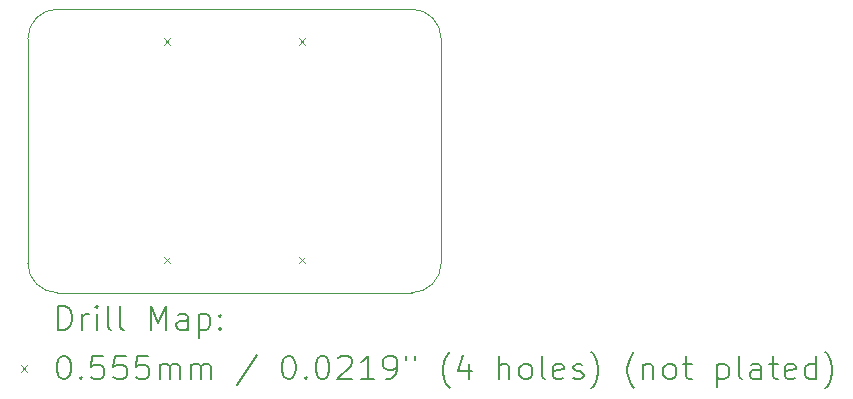
<source format=gbr>
%TF.GenerationSoftware,KiCad,Pcbnew,8.0.7*%
%TF.CreationDate,2025-08-30T11:06:20-07:00*%
%TF.ProjectId,Pivot_Core,5069766f-745f-4436-9f72-652e6b696361,rev?*%
%TF.SameCoordinates,Original*%
%TF.FileFunction,Drillmap*%
%TF.FilePolarity,Positive*%
%FSLAX45Y45*%
G04 Gerber Fmt 4.5, Leading zero omitted, Abs format (unit mm)*
G04 Created by KiCad (PCBNEW 8.0.7) date 2025-08-30 11:06:20*
%MOMM*%
%LPD*%
G01*
G04 APERTURE LIST*
%ADD10C,0.050000*%
%ADD11C,0.200000*%
%ADD12C,0.100000*%
G04 APERTURE END LIST*
D10*
X16250000Y-7800000D02*
G75*
G02*
X16500000Y-8050000I0J-250000D01*
G01*
X13250000Y-7800000D02*
X16250000Y-7800000D01*
X16250000Y-10200000D02*
X13250000Y-10200000D01*
X13000000Y-8050000D02*
G75*
G02*
X13250000Y-7800000I250000J0D01*
G01*
X16500000Y-9950000D02*
X16500000Y-8050000D01*
X16500000Y-9950000D02*
G75*
G02*
X16250000Y-10200000I-250000J0D01*
G01*
X13250000Y-10200000D02*
G75*
G02*
X13000000Y-9950000I0J250000D01*
G01*
X13000000Y-9950000D02*
X13000000Y-8050000D01*
D11*
D12*
X14152250Y-8047250D02*
X14207750Y-8102750D01*
X14207750Y-8047250D02*
X14152250Y-8102750D01*
X14152250Y-9897250D02*
X14207750Y-9952750D01*
X14207750Y-9897250D02*
X14152250Y-9952750D01*
X15292250Y-8047250D02*
X15347750Y-8102750D01*
X15347750Y-8047250D02*
X15292250Y-8102750D01*
X15292250Y-9897250D02*
X15347750Y-9952750D01*
X15347750Y-9897250D02*
X15292250Y-9952750D01*
D11*
X13258277Y-10513984D02*
X13258277Y-10313984D01*
X13258277Y-10313984D02*
X13305896Y-10313984D01*
X13305896Y-10313984D02*
X13334467Y-10323508D01*
X13334467Y-10323508D02*
X13353515Y-10342555D01*
X13353515Y-10342555D02*
X13363039Y-10361603D01*
X13363039Y-10361603D02*
X13372562Y-10399698D01*
X13372562Y-10399698D02*
X13372562Y-10428270D01*
X13372562Y-10428270D02*
X13363039Y-10466365D01*
X13363039Y-10466365D02*
X13353515Y-10485412D01*
X13353515Y-10485412D02*
X13334467Y-10504460D01*
X13334467Y-10504460D02*
X13305896Y-10513984D01*
X13305896Y-10513984D02*
X13258277Y-10513984D01*
X13458277Y-10513984D02*
X13458277Y-10380650D01*
X13458277Y-10418746D02*
X13467801Y-10399698D01*
X13467801Y-10399698D02*
X13477324Y-10390174D01*
X13477324Y-10390174D02*
X13496372Y-10380650D01*
X13496372Y-10380650D02*
X13515420Y-10380650D01*
X13582086Y-10513984D02*
X13582086Y-10380650D01*
X13582086Y-10313984D02*
X13572562Y-10323508D01*
X13572562Y-10323508D02*
X13582086Y-10333031D01*
X13582086Y-10333031D02*
X13591610Y-10323508D01*
X13591610Y-10323508D02*
X13582086Y-10313984D01*
X13582086Y-10313984D02*
X13582086Y-10333031D01*
X13705896Y-10513984D02*
X13686848Y-10504460D01*
X13686848Y-10504460D02*
X13677324Y-10485412D01*
X13677324Y-10485412D02*
X13677324Y-10313984D01*
X13810658Y-10513984D02*
X13791610Y-10504460D01*
X13791610Y-10504460D02*
X13782086Y-10485412D01*
X13782086Y-10485412D02*
X13782086Y-10313984D01*
X14039229Y-10513984D02*
X14039229Y-10313984D01*
X14039229Y-10313984D02*
X14105896Y-10456841D01*
X14105896Y-10456841D02*
X14172562Y-10313984D01*
X14172562Y-10313984D02*
X14172562Y-10513984D01*
X14353515Y-10513984D02*
X14353515Y-10409222D01*
X14353515Y-10409222D02*
X14343991Y-10390174D01*
X14343991Y-10390174D02*
X14324943Y-10380650D01*
X14324943Y-10380650D02*
X14286848Y-10380650D01*
X14286848Y-10380650D02*
X14267801Y-10390174D01*
X14353515Y-10504460D02*
X14334467Y-10513984D01*
X14334467Y-10513984D02*
X14286848Y-10513984D01*
X14286848Y-10513984D02*
X14267801Y-10504460D01*
X14267801Y-10504460D02*
X14258277Y-10485412D01*
X14258277Y-10485412D02*
X14258277Y-10466365D01*
X14258277Y-10466365D02*
X14267801Y-10447317D01*
X14267801Y-10447317D02*
X14286848Y-10437793D01*
X14286848Y-10437793D02*
X14334467Y-10437793D01*
X14334467Y-10437793D02*
X14353515Y-10428270D01*
X14448753Y-10380650D02*
X14448753Y-10580650D01*
X14448753Y-10390174D02*
X14467801Y-10380650D01*
X14467801Y-10380650D02*
X14505896Y-10380650D01*
X14505896Y-10380650D02*
X14524943Y-10390174D01*
X14524943Y-10390174D02*
X14534467Y-10399698D01*
X14534467Y-10399698D02*
X14543991Y-10418746D01*
X14543991Y-10418746D02*
X14543991Y-10475889D01*
X14543991Y-10475889D02*
X14534467Y-10494936D01*
X14534467Y-10494936D02*
X14524943Y-10504460D01*
X14524943Y-10504460D02*
X14505896Y-10513984D01*
X14505896Y-10513984D02*
X14467801Y-10513984D01*
X14467801Y-10513984D02*
X14448753Y-10504460D01*
X14629705Y-10494936D02*
X14639229Y-10504460D01*
X14639229Y-10504460D02*
X14629705Y-10513984D01*
X14629705Y-10513984D02*
X14620182Y-10504460D01*
X14620182Y-10504460D02*
X14629705Y-10494936D01*
X14629705Y-10494936D02*
X14629705Y-10513984D01*
X14629705Y-10390174D02*
X14639229Y-10399698D01*
X14639229Y-10399698D02*
X14629705Y-10409222D01*
X14629705Y-10409222D02*
X14620182Y-10399698D01*
X14620182Y-10399698D02*
X14629705Y-10390174D01*
X14629705Y-10390174D02*
X14629705Y-10409222D01*
D12*
X12942000Y-10814750D02*
X12997500Y-10870250D01*
X12997500Y-10814750D02*
X12942000Y-10870250D01*
D11*
X13296372Y-10733984D02*
X13315420Y-10733984D01*
X13315420Y-10733984D02*
X13334467Y-10743508D01*
X13334467Y-10743508D02*
X13343991Y-10753031D01*
X13343991Y-10753031D02*
X13353515Y-10772079D01*
X13353515Y-10772079D02*
X13363039Y-10810174D01*
X13363039Y-10810174D02*
X13363039Y-10857793D01*
X13363039Y-10857793D02*
X13353515Y-10895889D01*
X13353515Y-10895889D02*
X13343991Y-10914936D01*
X13343991Y-10914936D02*
X13334467Y-10924460D01*
X13334467Y-10924460D02*
X13315420Y-10933984D01*
X13315420Y-10933984D02*
X13296372Y-10933984D01*
X13296372Y-10933984D02*
X13277324Y-10924460D01*
X13277324Y-10924460D02*
X13267801Y-10914936D01*
X13267801Y-10914936D02*
X13258277Y-10895889D01*
X13258277Y-10895889D02*
X13248753Y-10857793D01*
X13248753Y-10857793D02*
X13248753Y-10810174D01*
X13248753Y-10810174D02*
X13258277Y-10772079D01*
X13258277Y-10772079D02*
X13267801Y-10753031D01*
X13267801Y-10753031D02*
X13277324Y-10743508D01*
X13277324Y-10743508D02*
X13296372Y-10733984D01*
X13448753Y-10914936D02*
X13458277Y-10924460D01*
X13458277Y-10924460D02*
X13448753Y-10933984D01*
X13448753Y-10933984D02*
X13439229Y-10924460D01*
X13439229Y-10924460D02*
X13448753Y-10914936D01*
X13448753Y-10914936D02*
X13448753Y-10933984D01*
X13639229Y-10733984D02*
X13543991Y-10733984D01*
X13543991Y-10733984D02*
X13534467Y-10829222D01*
X13534467Y-10829222D02*
X13543991Y-10819698D01*
X13543991Y-10819698D02*
X13563039Y-10810174D01*
X13563039Y-10810174D02*
X13610658Y-10810174D01*
X13610658Y-10810174D02*
X13629705Y-10819698D01*
X13629705Y-10819698D02*
X13639229Y-10829222D01*
X13639229Y-10829222D02*
X13648753Y-10848270D01*
X13648753Y-10848270D02*
X13648753Y-10895889D01*
X13648753Y-10895889D02*
X13639229Y-10914936D01*
X13639229Y-10914936D02*
X13629705Y-10924460D01*
X13629705Y-10924460D02*
X13610658Y-10933984D01*
X13610658Y-10933984D02*
X13563039Y-10933984D01*
X13563039Y-10933984D02*
X13543991Y-10924460D01*
X13543991Y-10924460D02*
X13534467Y-10914936D01*
X13829705Y-10733984D02*
X13734467Y-10733984D01*
X13734467Y-10733984D02*
X13724943Y-10829222D01*
X13724943Y-10829222D02*
X13734467Y-10819698D01*
X13734467Y-10819698D02*
X13753515Y-10810174D01*
X13753515Y-10810174D02*
X13801134Y-10810174D01*
X13801134Y-10810174D02*
X13820182Y-10819698D01*
X13820182Y-10819698D02*
X13829705Y-10829222D01*
X13829705Y-10829222D02*
X13839229Y-10848270D01*
X13839229Y-10848270D02*
X13839229Y-10895889D01*
X13839229Y-10895889D02*
X13829705Y-10914936D01*
X13829705Y-10914936D02*
X13820182Y-10924460D01*
X13820182Y-10924460D02*
X13801134Y-10933984D01*
X13801134Y-10933984D02*
X13753515Y-10933984D01*
X13753515Y-10933984D02*
X13734467Y-10924460D01*
X13734467Y-10924460D02*
X13724943Y-10914936D01*
X14020182Y-10733984D02*
X13924943Y-10733984D01*
X13924943Y-10733984D02*
X13915420Y-10829222D01*
X13915420Y-10829222D02*
X13924943Y-10819698D01*
X13924943Y-10819698D02*
X13943991Y-10810174D01*
X13943991Y-10810174D02*
X13991610Y-10810174D01*
X13991610Y-10810174D02*
X14010658Y-10819698D01*
X14010658Y-10819698D02*
X14020182Y-10829222D01*
X14020182Y-10829222D02*
X14029705Y-10848270D01*
X14029705Y-10848270D02*
X14029705Y-10895889D01*
X14029705Y-10895889D02*
X14020182Y-10914936D01*
X14020182Y-10914936D02*
X14010658Y-10924460D01*
X14010658Y-10924460D02*
X13991610Y-10933984D01*
X13991610Y-10933984D02*
X13943991Y-10933984D01*
X13943991Y-10933984D02*
X13924943Y-10924460D01*
X13924943Y-10924460D02*
X13915420Y-10914936D01*
X14115420Y-10933984D02*
X14115420Y-10800650D01*
X14115420Y-10819698D02*
X14124943Y-10810174D01*
X14124943Y-10810174D02*
X14143991Y-10800650D01*
X14143991Y-10800650D02*
X14172563Y-10800650D01*
X14172563Y-10800650D02*
X14191610Y-10810174D01*
X14191610Y-10810174D02*
X14201134Y-10829222D01*
X14201134Y-10829222D02*
X14201134Y-10933984D01*
X14201134Y-10829222D02*
X14210658Y-10810174D01*
X14210658Y-10810174D02*
X14229705Y-10800650D01*
X14229705Y-10800650D02*
X14258277Y-10800650D01*
X14258277Y-10800650D02*
X14277324Y-10810174D01*
X14277324Y-10810174D02*
X14286848Y-10829222D01*
X14286848Y-10829222D02*
X14286848Y-10933984D01*
X14382086Y-10933984D02*
X14382086Y-10800650D01*
X14382086Y-10819698D02*
X14391610Y-10810174D01*
X14391610Y-10810174D02*
X14410658Y-10800650D01*
X14410658Y-10800650D02*
X14439229Y-10800650D01*
X14439229Y-10800650D02*
X14458277Y-10810174D01*
X14458277Y-10810174D02*
X14467801Y-10829222D01*
X14467801Y-10829222D02*
X14467801Y-10933984D01*
X14467801Y-10829222D02*
X14477324Y-10810174D01*
X14477324Y-10810174D02*
X14496372Y-10800650D01*
X14496372Y-10800650D02*
X14524943Y-10800650D01*
X14524943Y-10800650D02*
X14543991Y-10810174D01*
X14543991Y-10810174D02*
X14553515Y-10829222D01*
X14553515Y-10829222D02*
X14553515Y-10933984D01*
X14943991Y-10724460D02*
X14772563Y-10981603D01*
X15201134Y-10733984D02*
X15220182Y-10733984D01*
X15220182Y-10733984D02*
X15239229Y-10743508D01*
X15239229Y-10743508D02*
X15248753Y-10753031D01*
X15248753Y-10753031D02*
X15258277Y-10772079D01*
X15258277Y-10772079D02*
X15267801Y-10810174D01*
X15267801Y-10810174D02*
X15267801Y-10857793D01*
X15267801Y-10857793D02*
X15258277Y-10895889D01*
X15258277Y-10895889D02*
X15248753Y-10914936D01*
X15248753Y-10914936D02*
X15239229Y-10924460D01*
X15239229Y-10924460D02*
X15220182Y-10933984D01*
X15220182Y-10933984D02*
X15201134Y-10933984D01*
X15201134Y-10933984D02*
X15182086Y-10924460D01*
X15182086Y-10924460D02*
X15172563Y-10914936D01*
X15172563Y-10914936D02*
X15163039Y-10895889D01*
X15163039Y-10895889D02*
X15153515Y-10857793D01*
X15153515Y-10857793D02*
X15153515Y-10810174D01*
X15153515Y-10810174D02*
X15163039Y-10772079D01*
X15163039Y-10772079D02*
X15172563Y-10753031D01*
X15172563Y-10753031D02*
X15182086Y-10743508D01*
X15182086Y-10743508D02*
X15201134Y-10733984D01*
X15353515Y-10914936D02*
X15363039Y-10924460D01*
X15363039Y-10924460D02*
X15353515Y-10933984D01*
X15353515Y-10933984D02*
X15343991Y-10924460D01*
X15343991Y-10924460D02*
X15353515Y-10914936D01*
X15353515Y-10914936D02*
X15353515Y-10933984D01*
X15486848Y-10733984D02*
X15505896Y-10733984D01*
X15505896Y-10733984D02*
X15524944Y-10743508D01*
X15524944Y-10743508D02*
X15534467Y-10753031D01*
X15534467Y-10753031D02*
X15543991Y-10772079D01*
X15543991Y-10772079D02*
X15553515Y-10810174D01*
X15553515Y-10810174D02*
X15553515Y-10857793D01*
X15553515Y-10857793D02*
X15543991Y-10895889D01*
X15543991Y-10895889D02*
X15534467Y-10914936D01*
X15534467Y-10914936D02*
X15524944Y-10924460D01*
X15524944Y-10924460D02*
X15505896Y-10933984D01*
X15505896Y-10933984D02*
X15486848Y-10933984D01*
X15486848Y-10933984D02*
X15467801Y-10924460D01*
X15467801Y-10924460D02*
X15458277Y-10914936D01*
X15458277Y-10914936D02*
X15448753Y-10895889D01*
X15448753Y-10895889D02*
X15439229Y-10857793D01*
X15439229Y-10857793D02*
X15439229Y-10810174D01*
X15439229Y-10810174D02*
X15448753Y-10772079D01*
X15448753Y-10772079D02*
X15458277Y-10753031D01*
X15458277Y-10753031D02*
X15467801Y-10743508D01*
X15467801Y-10743508D02*
X15486848Y-10733984D01*
X15629706Y-10753031D02*
X15639229Y-10743508D01*
X15639229Y-10743508D02*
X15658277Y-10733984D01*
X15658277Y-10733984D02*
X15705896Y-10733984D01*
X15705896Y-10733984D02*
X15724944Y-10743508D01*
X15724944Y-10743508D02*
X15734467Y-10753031D01*
X15734467Y-10753031D02*
X15743991Y-10772079D01*
X15743991Y-10772079D02*
X15743991Y-10791127D01*
X15743991Y-10791127D02*
X15734467Y-10819698D01*
X15734467Y-10819698D02*
X15620182Y-10933984D01*
X15620182Y-10933984D02*
X15743991Y-10933984D01*
X15934467Y-10933984D02*
X15820182Y-10933984D01*
X15877325Y-10933984D02*
X15877325Y-10733984D01*
X15877325Y-10733984D02*
X15858277Y-10762555D01*
X15858277Y-10762555D02*
X15839229Y-10781603D01*
X15839229Y-10781603D02*
X15820182Y-10791127D01*
X16029706Y-10933984D02*
X16067801Y-10933984D01*
X16067801Y-10933984D02*
X16086848Y-10924460D01*
X16086848Y-10924460D02*
X16096372Y-10914936D01*
X16096372Y-10914936D02*
X16115420Y-10886365D01*
X16115420Y-10886365D02*
X16124944Y-10848270D01*
X16124944Y-10848270D02*
X16124944Y-10772079D01*
X16124944Y-10772079D02*
X16115420Y-10753031D01*
X16115420Y-10753031D02*
X16105896Y-10743508D01*
X16105896Y-10743508D02*
X16086848Y-10733984D01*
X16086848Y-10733984D02*
X16048753Y-10733984D01*
X16048753Y-10733984D02*
X16029706Y-10743508D01*
X16029706Y-10743508D02*
X16020182Y-10753031D01*
X16020182Y-10753031D02*
X16010658Y-10772079D01*
X16010658Y-10772079D02*
X16010658Y-10819698D01*
X16010658Y-10819698D02*
X16020182Y-10838746D01*
X16020182Y-10838746D02*
X16029706Y-10848270D01*
X16029706Y-10848270D02*
X16048753Y-10857793D01*
X16048753Y-10857793D02*
X16086848Y-10857793D01*
X16086848Y-10857793D02*
X16105896Y-10848270D01*
X16105896Y-10848270D02*
X16115420Y-10838746D01*
X16115420Y-10838746D02*
X16124944Y-10819698D01*
X16201134Y-10733984D02*
X16201134Y-10772079D01*
X16277325Y-10733984D02*
X16277325Y-10772079D01*
X16572563Y-11010174D02*
X16563039Y-11000650D01*
X16563039Y-11000650D02*
X16543991Y-10972079D01*
X16543991Y-10972079D02*
X16534468Y-10953031D01*
X16534468Y-10953031D02*
X16524944Y-10924460D01*
X16524944Y-10924460D02*
X16515420Y-10876841D01*
X16515420Y-10876841D02*
X16515420Y-10838746D01*
X16515420Y-10838746D02*
X16524944Y-10791127D01*
X16524944Y-10791127D02*
X16534468Y-10762555D01*
X16534468Y-10762555D02*
X16543991Y-10743508D01*
X16543991Y-10743508D02*
X16563039Y-10714936D01*
X16563039Y-10714936D02*
X16572563Y-10705412D01*
X16734468Y-10800650D02*
X16734468Y-10933984D01*
X16686848Y-10724460D02*
X16639229Y-10867317D01*
X16639229Y-10867317D02*
X16763039Y-10867317D01*
X16991611Y-10933984D02*
X16991611Y-10733984D01*
X17077325Y-10933984D02*
X17077325Y-10829222D01*
X17077325Y-10829222D02*
X17067801Y-10810174D01*
X17067801Y-10810174D02*
X17048753Y-10800650D01*
X17048753Y-10800650D02*
X17020182Y-10800650D01*
X17020182Y-10800650D02*
X17001134Y-10810174D01*
X17001134Y-10810174D02*
X16991611Y-10819698D01*
X17201134Y-10933984D02*
X17182087Y-10924460D01*
X17182087Y-10924460D02*
X17172563Y-10914936D01*
X17172563Y-10914936D02*
X17163039Y-10895889D01*
X17163039Y-10895889D02*
X17163039Y-10838746D01*
X17163039Y-10838746D02*
X17172563Y-10819698D01*
X17172563Y-10819698D02*
X17182087Y-10810174D01*
X17182087Y-10810174D02*
X17201134Y-10800650D01*
X17201134Y-10800650D02*
X17229706Y-10800650D01*
X17229706Y-10800650D02*
X17248753Y-10810174D01*
X17248753Y-10810174D02*
X17258277Y-10819698D01*
X17258277Y-10819698D02*
X17267801Y-10838746D01*
X17267801Y-10838746D02*
X17267801Y-10895889D01*
X17267801Y-10895889D02*
X17258277Y-10914936D01*
X17258277Y-10914936D02*
X17248753Y-10924460D01*
X17248753Y-10924460D02*
X17229706Y-10933984D01*
X17229706Y-10933984D02*
X17201134Y-10933984D01*
X17382087Y-10933984D02*
X17363039Y-10924460D01*
X17363039Y-10924460D02*
X17353515Y-10905412D01*
X17353515Y-10905412D02*
X17353515Y-10733984D01*
X17534468Y-10924460D02*
X17515420Y-10933984D01*
X17515420Y-10933984D02*
X17477325Y-10933984D01*
X17477325Y-10933984D02*
X17458277Y-10924460D01*
X17458277Y-10924460D02*
X17448753Y-10905412D01*
X17448753Y-10905412D02*
X17448753Y-10829222D01*
X17448753Y-10829222D02*
X17458277Y-10810174D01*
X17458277Y-10810174D02*
X17477325Y-10800650D01*
X17477325Y-10800650D02*
X17515420Y-10800650D01*
X17515420Y-10800650D02*
X17534468Y-10810174D01*
X17534468Y-10810174D02*
X17543992Y-10829222D01*
X17543992Y-10829222D02*
X17543992Y-10848270D01*
X17543992Y-10848270D02*
X17448753Y-10867317D01*
X17620182Y-10924460D02*
X17639230Y-10933984D01*
X17639230Y-10933984D02*
X17677325Y-10933984D01*
X17677325Y-10933984D02*
X17696373Y-10924460D01*
X17696373Y-10924460D02*
X17705896Y-10905412D01*
X17705896Y-10905412D02*
X17705896Y-10895889D01*
X17705896Y-10895889D02*
X17696373Y-10876841D01*
X17696373Y-10876841D02*
X17677325Y-10867317D01*
X17677325Y-10867317D02*
X17648753Y-10867317D01*
X17648753Y-10867317D02*
X17629706Y-10857793D01*
X17629706Y-10857793D02*
X17620182Y-10838746D01*
X17620182Y-10838746D02*
X17620182Y-10829222D01*
X17620182Y-10829222D02*
X17629706Y-10810174D01*
X17629706Y-10810174D02*
X17648753Y-10800650D01*
X17648753Y-10800650D02*
X17677325Y-10800650D01*
X17677325Y-10800650D02*
X17696373Y-10810174D01*
X17772563Y-11010174D02*
X17782087Y-11000650D01*
X17782087Y-11000650D02*
X17801134Y-10972079D01*
X17801134Y-10972079D02*
X17810658Y-10953031D01*
X17810658Y-10953031D02*
X17820182Y-10924460D01*
X17820182Y-10924460D02*
X17829706Y-10876841D01*
X17829706Y-10876841D02*
X17829706Y-10838746D01*
X17829706Y-10838746D02*
X17820182Y-10791127D01*
X17820182Y-10791127D02*
X17810658Y-10762555D01*
X17810658Y-10762555D02*
X17801134Y-10743508D01*
X17801134Y-10743508D02*
X17782087Y-10714936D01*
X17782087Y-10714936D02*
X17772563Y-10705412D01*
X18134468Y-11010174D02*
X18124944Y-11000650D01*
X18124944Y-11000650D02*
X18105896Y-10972079D01*
X18105896Y-10972079D02*
X18096373Y-10953031D01*
X18096373Y-10953031D02*
X18086849Y-10924460D01*
X18086849Y-10924460D02*
X18077325Y-10876841D01*
X18077325Y-10876841D02*
X18077325Y-10838746D01*
X18077325Y-10838746D02*
X18086849Y-10791127D01*
X18086849Y-10791127D02*
X18096373Y-10762555D01*
X18096373Y-10762555D02*
X18105896Y-10743508D01*
X18105896Y-10743508D02*
X18124944Y-10714936D01*
X18124944Y-10714936D02*
X18134468Y-10705412D01*
X18210658Y-10800650D02*
X18210658Y-10933984D01*
X18210658Y-10819698D02*
X18220182Y-10810174D01*
X18220182Y-10810174D02*
X18239230Y-10800650D01*
X18239230Y-10800650D02*
X18267801Y-10800650D01*
X18267801Y-10800650D02*
X18286849Y-10810174D01*
X18286849Y-10810174D02*
X18296373Y-10829222D01*
X18296373Y-10829222D02*
X18296373Y-10933984D01*
X18420182Y-10933984D02*
X18401134Y-10924460D01*
X18401134Y-10924460D02*
X18391611Y-10914936D01*
X18391611Y-10914936D02*
X18382087Y-10895889D01*
X18382087Y-10895889D02*
X18382087Y-10838746D01*
X18382087Y-10838746D02*
X18391611Y-10819698D01*
X18391611Y-10819698D02*
X18401134Y-10810174D01*
X18401134Y-10810174D02*
X18420182Y-10800650D01*
X18420182Y-10800650D02*
X18448754Y-10800650D01*
X18448754Y-10800650D02*
X18467801Y-10810174D01*
X18467801Y-10810174D02*
X18477325Y-10819698D01*
X18477325Y-10819698D02*
X18486849Y-10838746D01*
X18486849Y-10838746D02*
X18486849Y-10895889D01*
X18486849Y-10895889D02*
X18477325Y-10914936D01*
X18477325Y-10914936D02*
X18467801Y-10924460D01*
X18467801Y-10924460D02*
X18448754Y-10933984D01*
X18448754Y-10933984D02*
X18420182Y-10933984D01*
X18543992Y-10800650D02*
X18620182Y-10800650D01*
X18572563Y-10733984D02*
X18572563Y-10905412D01*
X18572563Y-10905412D02*
X18582087Y-10924460D01*
X18582087Y-10924460D02*
X18601134Y-10933984D01*
X18601134Y-10933984D02*
X18620182Y-10933984D01*
X18839230Y-10800650D02*
X18839230Y-11000650D01*
X18839230Y-10810174D02*
X18858277Y-10800650D01*
X18858277Y-10800650D02*
X18896373Y-10800650D01*
X18896373Y-10800650D02*
X18915420Y-10810174D01*
X18915420Y-10810174D02*
X18924944Y-10819698D01*
X18924944Y-10819698D02*
X18934468Y-10838746D01*
X18934468Y-10838746D02*
X18934468Y-10895889D01*
X18934468Y-10895889D02*
X18924944Y-10914936D01*
X18924944Y-10914936D02*
X18915420Y-10924460D01*
X18915420Y-10924460D02*
X18896373Y-10933984D01*
X18896373Y-10933984D02*
X18858277Y-10933984D01*
X18858277Y-10933984D02*
X18839230Y-10924460D01*
X19048754Y-10933984D02*
X19029706Y-10924460D01*
X19029706Y-10924460D02*
X19020182Y-10905412D01*
X19020182Y-10905412D02*
X19020182Y-10733984D01*
X19210658Y-10933984D02*
X19210658Y-10829222D01*
X19210658Y-10829222D02*
X19201135Y-10810174D01*
X19201135Y-10810174D02*
X19182087Y-10800650D01*
X19182087Y-10800650D02*
X19143992Y-10800650D01*
X19143992Y-10800650D02*
X19124944Y-10810174D01*
X19210658Y-10924460D02*
X19191611Y-10933984D01*
X19191611Y-10933984D02*
X19143992Y-10933984D01*
X19143992Y-10933984D02*
X19124944Y-10924460D01*
X19124944Y-10924460D02*
X19115420Y-10905412D01*
X19115420Y-10905412D02*
X19115420Y-10886365D01*
X19115420Y-10886365D02*
X19124944Y-10867317D01*
X19124944Y-10867317D02*
X19143992Y-10857793D01*
X19143992Y-10857793D02*
X19191611Y-10857793D01*
X19191611Y-10857793D02*
X19210658Y-10848270D01*
X19277325Y-10800650D02*
X19353515Y-10800650D01*
X19305896Y-10733984D02*
X19305896Y-10905412D01*
X19305896Y-10905412D02*
X19315420Y-10924460D01*
X19315420Y-10924460D02*
X19334468Y-10933984D01*
X19334468Y-10933984D02*
X19353515Y-10933984D01*
X19496373Y-10924460D02*
X19477325Y-10933984D01*
X19477325Y-10933984D02*
X19439230Y-10933984D01*
X19439230Y-10933984D02*
X19420182Y-10924460D01*
X19420182Y-10924460D02*
X19410658Y-10905412D01*
X19410658Y-10905412D02*
X19410658Y-10829222D01*
X19410658Y-10829222D02*
X19420182Y-10810174D01*
X19420182Y-10810174D02*
X19439230Y-10800650D01*
X19439230Y-10800650D02*
X19477325Y-10800650D01*
X19477325Y-10800650D02*
X19496373Y-10810174D01*
X19496373Y-10810174D02*
X19505896Y-10829222D01*
X19505896Y-10829222D02*
X19505896Y-10848270D01*
X19505896Y-10848270D02*
X19410658Y-10867317D01*
X19677325Y-10933984D02*
X19677325Y-10733984D01*
X19677325Y-10924460D02*
X19658277Y-10933984D01*
X19658277Y-10933984D02*
X19620182Y-10933984D01*
X19620182Y-10933984D02*
X19601135Y-10924460D01*
X19601135Y-10924460D02*
X19591611Y-10914936D01*
X19591611Y-10914936D02*
X19582087Y-10895889D01*
X19582087Y-10895889D02*
X19582087Y-10838746D01*
X19582087Y-10838746D02*
X19591611Y-10819698D01*
X19591611Y-10819698D02*
X19601135Y-10810174D01*
X19601135Y-10810174D02*
X19620182Y-10800650D01*
X19620182Y-10800650D02*
X19658277Y-10800650D01*
X19658277Y-10800650D02*
X19677325Y-10810174D01*
X19753516Y-11010174D02*
X19763039Y-11000650D01*
X19763039Y-11000650D02*
X19782087Y-10972079D01*
X19782087Y-10972079D02*
X19791611Y-10953031D01*
X19791611Y-10953031D02*
X19801135Y-10924460D01*
X19801135Y-10924460D02*
X19810658Y-10876841D01*
X19810658Y-10876841D02*
X19810658Y-10838746D01*
X19810658Y-10838746D02*
X19801135Y-10791127D01*
X19801135Y-10791127D02*
X19791611Y-10762555D01*
X19791611Y-10762555D02*
X19782087Y-10743508D01*
X19782087Y-10743508D02*
X19763039Y-10714936D01*
X19763039Y-10714936D02*
X19753516Y-10705412D01*
M02*

</source>
